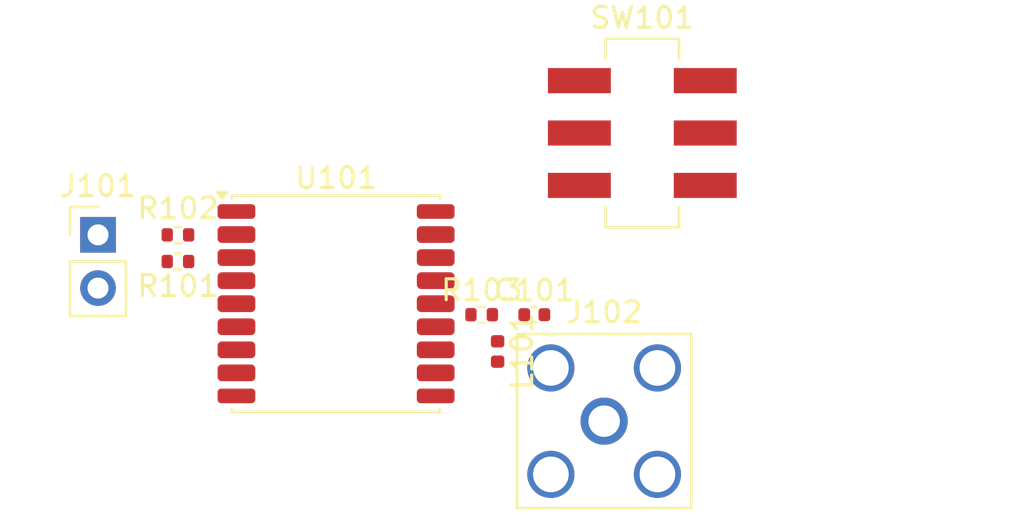
<source format=kicad_pcb>
(kicad_pcb (version 20240108) (generator "pcbnew") (generator_version "8.0")
  (layers (0 "F.Cu" signal) (31 "B.Cu" signal) (34 "B.Paste" user) (35 "F.Paste" user) (36 "B.SilkS" user "B.Silkscreen") (37 "F.SilkS" user "F.Silkscreen") (38 "B.Mask" user) (39 "F.Mask" user) (44 "Edge.Cuts" user))
  (net 0 "")
  (net 1 "GND")
  (net 2 "/RX")
  (net 3 "/TX")
  (net 4 "/RESET")
  (net 5 "/BACKUP")
  (net 6 "VDD")
  (net 7 "/TIME PULSE")
  (net 8 "Net-(C101-Pad1)")
  (net 9 "Net-(J102-In)")
  (net 10 "Net-(U101-RXD)")
  (net 11 "Net-(U101-TXD)")
  (net 12 "Net-(U101-VCC_RF)")
  (net 19 "Net-(J101-Pin_2)")
  (net 21 "Net-(R101-Pad2)")
  (net 22 "Net-(R102-Pad2)")
  (footprint "Connector_Coaxial:SMA_Amphenol_132203-12_Horizontal" (layer "F.Cu") (at 170.18 95.25 -90)
    (property "Reference" "J102" (at -5.2 0 180) (layer "F.SilkS"))
    (property "Value" "SMA")
    (fp_line (start -4.15 4.15) (end 4.15 4.15) (stroke (width 0.12)) (layer "F.SilkS"))
    (fp_line (start -4.15 -4.15) (end -4.15 4.15) (stroke (width 0.12)) (layer "F.SilkS"))
    (fp_line (start -4.15 -4.15) (end 4.15 -4.15) (stroke (width 0.12)) (layer "F.SilkS"))
    (fp_line (start 4.15 -4.15) (end 4.15 4.15) (stroke (width 0.12)) (layer "F.SilkS"))
    (pad "1" thru_hole circle (at 0 0 270) (size 2.25 2.25) (drill 1.5) (layers "*.Cu" "*.Mask") (net 9 "Net-(J102-In)"))
    (pad "2" thru_hole circle (at -2.54 -2.54 270) (size 2.25 2.25) (drill 1.7) (layers "*.Cu" "*.Mask") (net 1 "GND"))
    (pad "2" thru_hole circle (at -2.54 2.54 270) (size 2.25 2.25) (drill 1.7) (layers "*.Cu" "*.Mask") (net 1 "GND"))
    (pad "2" thru_hole circle (at 2.54 -2.54 270) (size 2.25 2.25) (drill 1.7) (layers "*.Cu" "*.Mask") (net 1 "GND"))
    (pad "2" thru_hole circle (at 2.54 2.54) (size 2.25 2.25) (drill 1.7) (layers "*.Cu" "*.Mask") (net 1 "GND"))
  )
  (footprint "Connector_PinHeader_2.54mm:PinHeader_1x02_P2.54mm_Vertical" (layer "F.Cu") (at 146.05 86.36)
    (property "Reference" "J101" (at 0 -2.33 0) (layer "F.SilkS"))
    (property "Value" "Conn_01x02")
    (fp_line (start -1.33 -1.33) (end 0 -1.33) (stroke (width 0.12)) (layer "F.SilkS"))
    (fp_line (start -1.33 0) (end -1.33 -1.33) (stroke (width 0.12)) (layer "F.SilkS"))
    (fp_line (start -1.33 1.27) (end -1.33 3.87) (stroke (width 0.12)) (layer "F.SilkS"))
    (fp_line (start -1.33 1.27) (end 1.33 1.27) (stroke (width 0.12)) (layer "F.SilkS"))
    (fp_line (start -1.33 3.87) (end 1.33 3.87) (stroke (width 0.12)) (layer "F.SilkS"))
    (fp_line (start 1.33 1.27) (end 1.33 3.87) (stroke (width 0.12)) (layer "F.SilkS"))
    (pad "1" thru_hole rect (at 0 0) (size 1.7 1.7) (drill 1) (layers "*.Cu" "*.Mask"))
    (pad "2" thru_hole oval (at 0 2.54) (size 1.7 1.7) (drill 1) (layers "*.Cu" "*.Mask") (net 19 "Net-(J101-Pin_2)"))
  )
  (footprint "Resistor_SMD:R_0402_1005Metric" (layer "F.Cu") (at 149.86 86.36 180)
    (property "Reference" "R102" (at 0 1.27 180) (layer "F.SilkS"))
    (property "Value" "33")
    (fp_line (start -0.153641 0.38) (end 0.153641 0.38) (stroke (width 0.12)) (layer "F.SilkS"))
    (fp_line (start -0.153641 -0.38) (end 0.153641 -0.38) (stroke (width 0.12)) (layer "F.SilkS"))
    (pad "1" smd roundrect (at -0.51 0 180) (size 0.54 0.64) (layers "F.Cu" "F.Paste" "F.Mask") (net 11 "Net-(U101-TXD)"))
    (pad "2" smd roundrect (at 0.51 0 180) (size 0.54 0.64) (layers "F.Cu" "F.Paste" "F.Mask") (net 22 "Net-(R102-Pad2)"))
  )
  (footprint "WOBCLibrary:IS-2245S-G" (layer "F.Cu") (at 172 81.5)
    (property "Reference" "SW101" (at 0 -5.5 0) (layer "F.SilkS"))
    (property "Value" "SW_Push_DPDT")
    (fp_line (start -1.75 -4.5) (end -1.75 -3.5) (stroke (width 0.12)) (layer "F.SilkS"))
    (fp_line (start -1.75 -4.5) (end 1.75 -4.5) (stroke (width 0.12)) (layer "F.SilkS"))
    (fp_line (start -1.75 3.5) (end -1.75 4.5) (stroke (width 0.12)) (layer "F.SilkS"))
    (fp_line (start -1.75 4.5) (end 1.75 4.5) (stroke (width 0.12)) (layer "F.SilkS"))
    (fp_line (start 1.75 -4.5) (end 1.75 -3.5) (stroke (width 0.12)) (layer "F.SilkS"))
    (fp_line (start 1.75 3.5) (end 1.75 4.5) (stroke (width 0.12)) (layer "F.SilkS"))
    (pad "1" smd rect (at -3 -2.5) (size 3 1.2) (layers "F.Cu" "F.Paste" "F.Mask"))
    (pad "2" smd rect (at -3 0) (size 3 1.2) (layers "F.Cu" "F.Paste" "F.Mask") (net 22 "Net-(R102-Pad2)"))
    (pad "3" smd rect (at -3 2.5) (size 3 1.2) (layers "F.Cu" "F.Paste" "F.Mask") (net 3 "/TX"))
    (pad "4" smd rect (at 3 -2.5) (size 3 1.2) (layers "F.Cu" "F.Paste" "F.Mask") (net 19 "Net-(J101-Pin_2)"))
    (pad "5" smd rect (at 3 0) (size 3 1.2) (layers "F.Cu" "F.Paste" "F.Mask") (net 21 "Net-(R101-Pad2)"))
    (pad "6" smd rect (at 3 2.5) (size 3 1.2) (layers "F.Cu" "F.Paste" "F.Mask") (net 2 "/RX"))
  )
  (footprint "Capacitor_SMD:C_0402_1005Metric" (layer "F.Cu") (at 166.85 90.17)
    (property "Reference" "C101" (at 0 -1.16 0) (layer "F.SilkS"))
    (property "Value" "10nF")
    (fp_line (start -0.107836 -0.36) (end 0.107836 -0.36) (stroke (width 0.12)) (layer "F.SilkS"))
    (fp_line (start -0.107836 0.36) (end 0.107836 0.36) (stroke (width 0.12)) (layer "F.SilkS"))
    (pad "1" smd roundrect (at -0.48 0) (size 0.56 0.62) (layers "F.Cu" "F.Paste" "F.Mask") (net 8 "Net-(C101-Pad1)"))
    (pad "2" smd roundrect (at 0.48 0) (size 0.56 0.62) (layers "F.Cu" "F.Paste" "F.Mask") (net 1 "GND"))
  )
  (footprint "Resistor_SMD:R_0402_1005Metric" (layer "F.Cu") (at 149.86 87.63 180)
    (property "Reference" "R101" (at 0 -1.17 180) (layer "F.SilkS"))
    (property "Value" "33")
    (fp_line (start -0.153641 0.38) (end 0.153641 0.38) (stroke (width 0.12)) (layer "F.SilkS"))
    (fp_line (start -0.153641 -0.38) (end 0.153641 -0.38) (stroke (width 0.12)) (layer "F.SilkS"))
    (pad "1" smd roundrect (at -0.51 0 180) (size 0.54 0.64) (layers "F.Cu" "F.Paste" "F.Mask") (net 10 "Net-(U101-RXD)"))
    (pad "2" smd roundrect (at 0.51 0 180) (size 0.54 0.64) (layers "F.Cu" "F.Paste" "F.Mask") (net 21 "Net-(R101-Pad2)"))
  )
  (footprint "Resistor_SMD:R_0402_1005Metric" (layer "F.Cu") (at 164.34 90.17)
    (property "Reference" "R103" (at 0 -1.17 0) (layer "F.SilkS"))
    (property "Value" "10")
    (fp_line (start -0.153641 -0.38) (end 0.153641 -0.38) (stroke (width 0.12)) (layer "F.SilkS"))
    (fp_line (start -0.153641 0.38) (end 0.153641 0.38) (stroke (width 0.12)) (layer "F.SilkS"))
    (pad "1" smd roundrect (at -0.51 0) (size 0.54 0.64) (layers "F.Cu" "F.Paste" "F.Mask") (net 12 "Net-(U101-VCC_RF)"))
    (pad "2" smd roundrect (at 0.51 0) (size 0.54 0.64) (layers "F.Cu" "F.Paste" "F.Mask") (net 8 "Net-(C101-Pad1)"))
  )
  (footprint "RF_GPS:ublox_MAX" (layer "F.Cu") (at 157.4 89.645)
    (property "Reference" "U101" (at 0 -6 0) (layer "F.SilkS"))
    (property "Value" "MAX-M10S")
    (fp_line (start -4.96 -5.16) (end -4.96 -5.01) (stroke (width 0.12)) (layer "F.SilkS"))
    (fp_line (start -4.96 -5.16) (end 4.96 -5.16) (stroke (width 0.12)) (layer "F.SilkS"))
    (fp_line (start -4.96 5.01) (end -4.96 5.16) (stroke (width 0.12)) (layer "F.SilkS"))
    (fp_line (start -4.96 5.16) (end 4.96 5.16) (stroke (width 0.12)) (layer "F.SilkS"))
    (fp_line (start 4.96 -5.16) (end 4.96 -5.01) (stroke (width 0.12)) (layer "F.SilkS"))
    (fp_line (start 4.96 5.01) (end 4.96 5.16) (stroke (width 0.12)) (layer "F.SilkS"))
    (fp_poly (pts (xy -5.43 -5.01) (xy -5.67 -5.34) (xy -5.19 -5.34) (xy -5.43 -5.01)) (stroke (width 0.12)) (fill solid) (layer "F.SilkS"))
    (pad "1" smd roundrect (at -4.75 -4.4) (size 1.8 0.7) (layers "F.Cu" "F.Paste" "F.Mask") (net 1 "GND"))
    (pad "2" smd roundrect (at -4.75 -3.3) (size 1.8 0.8) (layers "F.Cu" "F.Paste" "F.Mask") (net 11 "Net-(U101-TXD)"))
    (pad "3" smd roundrect (at -4.75 -2.2) (size 1.8 0.8) (layers "F.Cu" "F.Paste" "F.Mask") (net 10 "Net-(U101-RXD)"))
    (pad "4" smd roundrect (at -4.75 -1.1) (size 1.8 0.8) (layers "F.Cu" "F.Paste" "F.Mask") (net 7 "/TIME PULSE"))
    (pad "5" smd roundrect (at -4.75 0) (size 1.8 0.8) (layers "F.Cu" "F.Paste" "F.Mask"))
    (pad "6" smd roundrect (at -4.75 1.1) (size 1.8 0.8) (layers "F.Cu" "F.Paste" "F.Mask") (net 5 "/BACKUP"))
    (pad "7" smd roundrect (at -4.75 2.2) (size 1.8 0.8) (layers "F.Cu" "F.Paste" "F.Mask") (net 6 "VDD"))
    (pad "8" smd roundrect (at -4.75 3.3) (size 1.8 0.8) (layers "F.Cu" "F.Paste" "F.Mask") (net 6 "VDD"))
    (pad "9" smd roundrect (at -4.75 4.4) (size 1.8 0.7) (layers "F.Cu" "F.Paste" "F.Mask") (net 4 "/RESET"))
    (pad "10" smd roundrect (at 4.75 4.4) (size 1.8 0.7) (layers "F.Cu" "F.Paste" "F.Mask") (net 1 "GND"))
    (pad "11" smd roundrect (at 4.75 3.3) (size 1.8 0.8) (layers "F.Cu" "F.Paste" "F.Mask") (net 9 "Net-(J102-In)"))
    (pad "12" smd roundrect (at 4.75 2.2) (size 1.8 0.8) (layers "F.Cu" "F.Paste" "F.Mask") (net 1 "GND"))
    (pad "13" smd roundrect (at 4.75 1.1) (size 1.8 0.8) (layers "F.Cu" "F.Paste" "F.Mask"))
    (pad "14" smd roundrect (at 4.75 0) (size 1.8 0.8) (layers "F.Cu" "F.Paste" "F.Mask") (net 12 "Net-(U101-VCC_RF)"))
    (pad "15" smd roundrect (at 4.75 -1.1) (size 1.8 0.8) (layers "F.Cu" "F.Paste" "F.Mask"))
    (pad "16" smd roundrect (at 4.75 -2.2) (size 1.8 0.8) (layers "F.Cu" "F.Paste" "F.Mask"))
    (pad "17" smd roundrect (at 4.75 -3.3) (size 1.8 0.8) (layers "F.Cu" "F.Paste" "F.Mask"))
    (pad "18" smd roundrect (at 4.75 -4.4) (size 1.8 0.7) (layers "F.Cu" "F.Paste" "F.Mask"))
  )
  (footprint "Inductor_SMD:L_0402_1005Metric" (layer "F.Cu") (at 165.1 91.925 -90)
    (property "Reference" "L101" (at 0 -1.17 90) (layer "F.SilkS"))
    (property "Value" "27nH, 300mA")
    (pad "1" smd roundrect (at -0.485 0 270) (size 0.59 0.64) (layers "F.Cu" "F.Paste" "F.Mask") (net 8 "Net-(C101-Pad1)"))
    (pad "2" smd roundrect (at 0.485 0 270) (size 0.59 0.64) (layers "F.Cu" "F.Paste" "F.Mask") (net 9 "Net-(J102-In)"))
  )
)
</source>
